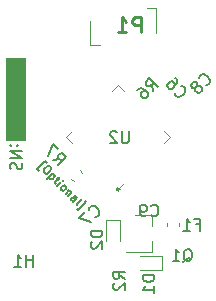
<source format=gbr>
G04 #@! TF.GenerationSoftware,KiCad,Pcbnew,(5.1.2)-2*
G04 #@! TF.CreationDate,2020-01-13T17:58:29+01:00*
G04 #@! TF.ProjectId,ACM-pcb,41434d2d-7063-4622-9e6b-696361645f70,rev?*
G04 #@! TF.SameCoordinates,Original*
G04 #@! TF.FileFunction,Legend,Bot*
G04 #@! TF.FilePolarity,Positive*
%FSLAX46Y46*%
G04 Gerber Fmt 4.6, Leading zero omitted, Abs format (unit mm)*
G04 Created by KiCad (PCBNEW (5.1.2)-2) date 2020-01-13 17:58:29*
%MOMM*%
%LPD*%
G04 APERTURE LIST*
%ADD10C,0.150000*%
%ADD11C,0.100000*%
%ADD12C,0.120000*%
%ADD13C,0.250000*%
%ADD14C,0.254000*%
G04 APERTURE END LIST*
D10*
X64895238Y-81177619D02*
X64847619Y-81034761D01*
X64847619Y-80796666D01*
X64895238Y-80701428D01*
X64942857Y-80653809D01*
X65038095Y-80606190D01*
X65133333Y-80606190D01*
X65228571Y-80653809D01*
X65276190Y-80701428D01*
X65323809Y-80796666D01*
X65371428Y-80987142D01*
X65419047Y-81082380D01*
X65466666Y-81130000D01*
X65561904Y-81177619D01*
X65657142Y-81177619D01*
X65752380Y-81130000D01*
X65800000Y-81082380D01*
X65847619Y-80987142D01*
X65847619Y-80749047D01*
X65800000Y-80606190D01*
X64847619Y-80177619D02*
X65847619Y-80177619D01*
X64847619Y-79606190D01*
X65847619Y-79606190D01*
X64942857Y-79130000D02*
X64895238Y-79082380D01*
X64847619Y-79130000D01*
X64895238Y-79177619D01*
X64942857Y-79130000D01*
X64847619Y-79130000D01*
X65466666Y-79130000D02*
X65419047Y-79082380D01*
X65371428Y-79130000D01*
X65419047Y-79177619D01*
X65466666Y-79130000D01*
X65371428Y-79130000D01*
D11*
G36*
X66060000Y-78710000D02*
G01*
X64460000Y-78710000D01*
X64460000Y-71710000D01*
X66060000Y-71710000D01*
X66060000Y-78710000D01*
G37*
X66060000Y-78710000D02*
X64460000Y-78710000D01*
X64460000Y-71710000D01*
X66060000Y-71710000D01*
X66060000Y-78710000D01*
D10*
X67236530Y-81304348D02*
X67118679Y-81186497D01*
X67825786Y-80479390D01*
X67943637Y-80597241D01*
X68179339Y-80927224D02*
X68273620Y-81021505D01*
X68297190Y-81092216D01*
X68297190Y-81186497D01*
X68226480Y-81304348D01*
X68061488Y-81469339D01*
X67943637Y-81540050D01*
X67849356Y-81540050D01*
X67778645Y-81516480D01*
X67684365Y-81422199D01*
X67660794Y-81351488D01*
X67660794Y-81257207D01*
X67731505Y-81139356D01*
X67896497Y-80974365D01*
X68014348Y-80903654D01*
X68108629Y-80903654D01*
X68179339Y-80927224D01*
X68438612Y-81516480D02*
X67943637Y-82011455D01*
X68415042Y-81540050D02*
X68485752Y-81563620D01*
X68580033Y-81657901D01*
X68603603Y-81728612D01*
X68603603Y-81775752D01*
X68580033Y-81846463D01*
X68438612Y-81987884D01*
X68367901Y-82011455D01*
X68320761Y-82011455D01*
X68250050Y-81987884D01*
X68155769Y-81893603D01*
X68132199Y-81822893D01*
X68815735Y-81893603D02*
X69004297Y-82082165D01*
X69051438Y-81799322D02*
X68627174Y-82223587D01*
X68603603Y-82294297D01*
X68627174Y-82365008D01*
X68674314Y-82412148D01*
X68839306Y-82577140D02*
X69169289Y-82247157D01*
X69334280Y-82082165D02*
X69287140Y-82082165D01*
X69287140Y-82129306D01*
X69334280Y-82129306D01*
X69334280Y-82082165D01*
X69287140Y-82129306D01*
X69145719Y-82883553D02*
X69122148Y-82812842D01*
X69122148Y-82765702D01*
X69145719Y-82694991D01*
X69287140Y-82553570D01*
X69357851Y-82530000D01*
X69404991Y-82530000D01*
X69475702Y-82553570D01*
X69546412Y-82624280D01*
X69569983Y-82694991D01*
X69569983Y-82742132D01*
X69546412Y-82812842D01*
X69404991Y-82954264D01*
X69334280Y-82977834D01*
X69287140Y-82977834D01*
X69216429Y-82954264D01*
X69145719Y-82883553D01*
X69852825Y-82930693D02*
X69522842Y-83260677D01*
X69805685Y-82977834D02*
X69852825Y-82977834D01*
X69923536Y-83001404D01*
X69994247Y-83072115D01*
X70017817Y-83142825D01*
X69994247Y-83213536D01*
X69734974Y-83472809D01*
X70182809Y-83920643D02*
X70442081Y-83661370D01*
X70465651Y-83590660D01*
X70442081Y-83519949D01*
X70347800Y-83425668D01*
X70277089Y-83402098D01*
X70206379Y-83897073D02*
X70135668Y-83873502D01*
X70017817Y-83755651D01*
X69994247Y-83684941D01*
X70017817Y-83614230D01*
X70064957Y-83567089D01*
X70135668Y-83543519D01*
X70206379Y-83567089D01*
X70324230Y-83684941D01*
X70394941Y-83708511D01*
X70489221Y-84227056D02*
X70465651Y-84156345D01*
X70489221Y-84085634D01*
X70913486Y-83661370D01*
X70465651Y-84533469D02*
X70583502Y-84651320D01*
X71290609Y-83944213D01*
X71172758Y-83826362D01*
D11*
X71622000Y-70688000D02*
X72422000Y-70688000D01*
X71622000Y-68588000D02*
X71622000Y-70688000D01*
X77222000Y-67488000D02*
X77222000Y-69588000D01*
X76422000Y-67488000D02*
X77222000Y-67488000D01*
D12*
X77835874Y-78970330D02*
X78366204Y-78440000D01*
X78366204Y-78440000D02*
X77835874Y-77909670D01*
X70100126Y-77909670D02*
X69569796Y-78440000D01*
X69569796Y-78440000D02*
X70100126Y-78970330D01*
X73437670Y-74572126D02*
X73968000Y-74041796D01*
X73968000Y-74041796D02*
X74498330Y-74572126D01*
X74498330Y-82307874D02*
X73968000Y-82838204D01*
D13*
X74068000Y-82852346D02*
G75*
G03X74068000Y-82852346I-100000J0D01*
G01*
D12*
X75800000Y-89700000D02*
X77650000Y-89700000D01*
X75800000Y-88500000D02*
X77650000Y-88500000D01*
X77650000Y-88500000D02*
X77650000Y-89700000D01*
X76840000Y-85020000D02*
X75380000Y-85020000D01*
X76840000Y-88180000D02*
X74680000Y-88180000D01*
X76840000Y-88180000D02*
X76840000Y-87250000D01*
X76840000Y-85020000D02*
X76840000Y-85950000D01*
X78110000Y-86000279D02*
X78110000Y-85674721D01*
X79130000Y-86000279D02*
X79130000Y-85674721D01*
X74140000Y-87274000D02*
X74140000Y-85424000D01*
X72940000Y-87274000D02*
X72940000Y-85424000D01*
X72940000Y-85424000D02*
X74140000Y-85424000D01*
X69984273Y-81965522D02*
X70214478Y-82195727D01*
X70705522Y-81244273D02*
X70935727Y-81474478D01*
D14*
X75887380Y-69574523D02*
X75887380Y-68304523D01*
X75403571Y-68304523D01*
X75282619Y-68365000D01*
X75222142Y-68425476D01*
X75161666Y-68546428D01*
X75161666Y-68727857D01*
X75222142Y-68848809D01*
X75282619Y-68909285D01*
X75403571Y-68969761D01*
X75887380Y-68969761D01*
X73952142Y-69574523D02*
X74677857Y-69574523D01*
X74315000Y-69574523D02*
X74315000Y-68304523D01*
X74435952Y-68485952D01*
X74556904Y-68606904D01*
X74677857Y-68667380D01*
D10*
X74861905Y-77952380D02*
X74861905Y-78761904D01*
X74814286Y-78857142D01*
X74766667Y-78904761D01*
X74671429Y-78952380D01*
X74480953Y-78952380D01*
X74385715Y-78904761D01*
X74338096Y-78857142D01*
X74290477Y-78761904D01*
X74290477Y-77952380D01*
X73861905Y-78047619D02*
X73814286Y-78000000D01*
X73719048Y-77952380D01*
X73480953Y-77952380D01*
X73385715Y-78000000D01*
X73338096Y-78047619D01*
X73290477Y-78142857D01*
X73290477Y-78238095D01*
X73338096Y-78380952D01*
X73909524Y-78952380D01*
X73290477Y-78952380D01*
X77053980Y-90114504D02*
X76053980Y-90114504D01*
X76053980Y-90352600D01*
X76101600Y-90495457D01*
X76196838Y-90590695D01*
X76292076Y-90638314D01*
X76482552Y-90685933D01*
X76625409Y-90685933D01*
X76815885Y-90638314D01*
X76911123Y-90590695D01*
X77006361Y-90495457D01*
X77053980Y-90352600D01*
X77053980Y-90114504D01*
X77053980Y-91638314D02*
X77053980Y-91066885D01*
X77053980Y-91352600D02*
X76053980Y-91352600D01*
X76196838Y-91257361D01*
X76292076Y-91162123D01*
X76339695Y-91066885D01*
X74552380Y-90433333D02*
X74076190Y-90100000D01*
X74552380Y-89861904D02*
X73552380Y-89861904D01*
X73552380Y-90242857D01*
X73600000Y-90338095D01*
X73647619Y-90385714D01*
X73742857Y-90433333D01*
X73885714Y-90433333D01*
X73980952Y-90385714D01*
X74028571Y-90338095D01*
X74076190Y-90242857D01*
X74076190Y-89861904D01*
X73647619Y-90814285D02*
X73600000Y-90861904D01*
X73552380Y-90957142D01*
X73552380Y-91195238D01*
X73600000Y-91290476D01*
X73647619Y-91338095D01*
X73742857Y-91385714D01*
X73838095Y-91385714D01*
X73980952Y-91338095D01*
X74552380Y-90766666D01*
X74552380Y-91385714D01*
X79495238Y-89017619D02*
X79590476Y-88970000D01*
X79685714Y-88874761D01*
X79828571Y-88731904D01*
X79923809Y-88684285D01*
X80019047Y-88684285D01*
X79971428Y-88922380D02*
X80066666Y-88874761D01*
X80161904Y-88779523D01*
X80209523Y-88589047D01*
X80209523Y-88255714D01*
X80161904Y-88065238D01*
X80066666Y-87970000D01*
X79971428Y-87922380D01*
X79780952Y-87922380D01*
X79685714Y-87970000D01*
X79590476Y-88065238D01*
X79542857Y-88255714D01*
X79542857Y-88589047D01*
X79590476Y-88779523D01*
X79685714Y-88874761D01*
X79780952Y-88922380D01*
X79971428Y-88922380D01*
X78590476Y-88922380D02*
X79161904Y-88922380D01*
X78876190Y-88922380D02*
X78876190Y-87922380D01*
X78971428Y-88065238D01*
X79066666Y-88160476D01*
X79161904Y-88208095D01*
X80533333Y-85828571D02*
X80866666Y-85828571D01*
X80866666Y-86352380D02*
X80866666Y-85352380D01*
X80390476Y-85352380D01*
X79485714Y-86352380D02*
X80057142Y-86352380D01*
X79771428Y-86352380D02*
X79771428Y-85352380D01*
X79866666Y-85495238D01*
X79961904Y-85590476D01*
X80057142Y-85638095D01*
X72652380Y-86361904D02*
X71652380Y-86361904D01*
X71652380Y-86600000D01*
X71700000Y-86742857D01*
X71795238Y-86838095D01*
X71890476Y-86885714D01*
X72080952Y-86933333D01*
X72223809Y-86933333D01*
X72414285Y-86885714D01*
X72509523Y-86838095D01*
X72604761Y-86742857D01*
X72652380Y-86600000D01*
X72652380Y-86361904D01*
X71747619Y-87314285D02*
X71700000Y-87361904D01*
X71652380Y-87457142D01*
X71652380Y-87695238D01*
X71700000Y-87790476D01*
X71747619Y-87838095D01*
X71842857Y-87885714D01*
X71938095Y-87885714D01*
X72080952Y-87838095D01*
X72652380Y-87266666D01*
X72652380Y-87885714D01*
X68447969Y-80407732D02*
X69020389Y-80306717D01*
X68852030Y-80811793D02*
X69559137Y-80104687D01*
X69289763Y-79835312D01*
X69188748Y-79801641D01*
X69121404Y-79801641D01*
X69020389Y-79835312D01*
X68919374Y-79936328D01*
X68885702Y-80037343D01*
X68885702Y-80104687D01*
X68919374Y-80205702D01*
X69188748Y-80475076D01*
X68919374Y-79464923D02*
X68447969Y-78993519D01*
X68043908Y-80003671D01*
X72047442Y-85187635D02*
X72114785Y-85187635D01*
X72249472Y-85120291D01*
X72316816Y-85052948D01*
X72384159Y-84918260D01*
X72384159Y-84783573D01*
X72350488Y-84682558D01*
X72249472Y-84514199D01*
X72148457Y-84413184D01*
X71980098Y-84312169D01*
X71879083Y-84278497D01*
X71744396Y-84278497D01*
X71609709Y-84345841D01*
X71542365Y-84413184D01*
X71475022Y-84547871D01*
X71475022Y-84615215D01*
X71171976Y-84783573D02*
X70700572Y-85254978D01*
X71710724Y-85659039D01*
X81396389Y-74048687D02*
X81463732Y-74048687D01*
X81598419Y-73981343D01*
X81665763Y-73914000D01*
X81733106Y-73779312D01*
X81733106Y-73644625D01*
X81699435Y-73543610D01*
X81598419Y-73375251D01*
X81497404Y-73274236D01*
X81329045Y-73173221D01*
X81228030Y-73139549D01*
X81093343Y-73139549D01*
X80958656Y-73206893D01*
X80891312Y-73274236D01*
X80823969Y-73408923D01*
X80823969Y-73476267D01*
X80655610Y-74116030D02*
X80689282Y-74015015D01*
X80689282Y-73947671D01*
X80655610Y-73846656D01*
X80621938Y-73812984D01*
X80520923Y-73779312D01*
X80453580Y-73779312D01*
X80352564Y-73812984D01*
X80217877Y-73947671D01*
X80184206Y-74048687D01*
X80184206Y-74116030D01*
X80217877Y-74217045D01*
X80251549Y-74250717D01*
X80352564Y-74284389D01*
X80419908Y-74284389D01*
X80520923Y-74250717D01*
X80655610Y-74116030D01*
X80756625Y-74082358D01*
X80823969Y-74082358D01*
X80924984Y-74116030D01*
X81059671Y-74250717D01*
X81093343Y-74351732D01*
X81093343Y-74419076D01*
X81059671Y-74520091D01*
X80924984Y-74654778D01*
X80823969Y-74688450D01*
X80756625Y-74688450D01*
X80655610Y-74654778D01*
X80520923Y-74520091D01*
X80487251Y-74419076D01*
X80487251Y-74351732D01*
X80520923Y-74250717D01*
X76766665Y-85057142D02*
X76814284Y-85104761D01*
X76957141Y-85152380D01*
X77052379Y-85152380D01*
X77195237Y-85104761D01*
X77290475Y-85009523D01*
X77338094Y-84914285D01*
X77385713Y-84723809D01*
X77385713Y-84580952D01*
X77338094Y-84390476D01*
X77290475Y-84295238D01*
X77195237Y-84200000D01*
X77052379Y-84152380D01*
X76957141Y-84152380D01*
X76814284Y-84200000D01*
X76766665Y-84247619D01*
X76290475Y-85152380D02*
X76099999Y-85152380D01*
X76004760Y-85104761D01*
X75957141Y-85057142D01*
X75861903Y-84914285D01*
X75814284Y-84723809D01*
X75814284Y-84342857D01*
X75861903Y-84247619D01*
X75909522Y-84200000D01*
X76004760Y-84152380D01*
X76195237Y-84152380D01*
X76290475Y-84200000D01*
X76338094Y-84247619D01*
X76385713Y-84342857D01*
X76385713Y-84580952D01*
X76338094Y-84676190D01*
X76290475Y-84723809D01*
X76195237Y-84771428D01*
X76004760Y-84771428D01*
X75909522Y-84723809D01*
X75861903Y-84676190D01*
X75814284Y-84580952D01*
X78765312Y-74670389D02*
X78765312Y-74737732D01*
X78832656Y-74872419D01*
X78900000Y-74939763D01*
X79034687Y-75007106D01*
X79169374Y-75007106D01*
X79270389Y-74973435D01*
X79438748Y-74872419D01*
X79539763Y-74771404D01*
X79640778Y-74603045D01*
X79674450Y-74502030D01*
X79674450Y-74367343D01*
X79607106Y-74232656D01*
X79539763Y-74165312D01*
X79405076Y-74097969D01*
X79337732Y-74097969D01*
X78798984Y-73424534D02*
X78933671Y-73559221D01*
X78967343Y-73660236D01*
X78967343Y-73727580D01*
X78933671Y-73895938D01*
X78832656Y-74064297D01*
X78563282Y-74333671D01*
X78462267Y-74367343D01*
X78394923Y-74367343D01*
X78293908Y-74333671D01*
X78159221Y-74198984D01*
X78125549Y-74097969D01*
X78125549Y-74030625D01*
X78159221Y-73929610D01*
X78327580Y-73761251D01*
X78428595Y-73727580D01*
X78495938Y-73727580D01*
X78596954Y-73761251D01*
X78731641Y-73895938D01*
X78765312Y-73996954D01*
X78765312Y-74064297D01*
X78731641Y-74165312D01*
X76910679Y-74579083D02*
X76809664Y-74006663D01*
X77314740Y-74175022D02*
X76607634Y-73467915D01*
X76338259Y-73737289D01*
X76304588Y-73838304D01*
X76304588Y-73905648D01*
X76338259Y-74006663D01*
X76439275Y-74107678D01*
X76540290Y-74141350D01*
X76607634Y-74141350D01*
X76708649Y-74107678D01*
X76978023Y-73838304D01*
X75597481Y-74478068D02*
X75732168Y-74343381D01*
X75833183Y-74309709D01*
X75900527Y-74309709D01*
X76068885Y-74343381D01*
X76237244Y-74444396D01*
X76506618Y-74713770D01*
X76540290Y-74814785D01*
X76540290Y-74882129D01*
X76506618Y-74983144D01*
X76371931Y-75117831D01*
X76270916Y-75151503D01*
X76203572Y-75151503D01*
X76102557Y-75117831D01*
X75934198Y-74949472D01*
X75900527Y-74848457D01*
X75900527Y-74781114D01*
X75934198Y-74680098D01*
X76068885Y-74545411D01*
X76169901Y-74511740D01*
X76237244Y-74511740D01*
X76338259Y-74545411D01*
X66771904Y-89402380D02*
X66771904Y-88402380D01*
X66771904Y-88878571D02*
X66200476Y-88878571D01*
X66200476Y-89402380D02*
X66200476Y-88402380D01*
X65200476Y-89402380D02*
X65771904Y-89402380D01*
X65486190Y-89402380D02*
X65486190Y-88402380D01*
X65581428Y-88545238D01*
X65676666Y-88640476D01*
X65771904Y-88688095D01*
M02*

</source>
